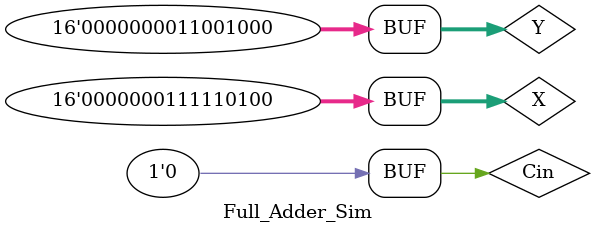
<source format=v>
`timescale 1ns / 1ps


module Full_Adder_Sim();
reg [15:0]X;
reg [15:0]Y;
reg Cin;

reg opcod;

wire V;
wire [15:0]out;
wire Cout;
wire lt;
wire eq;
wire gt;

ALU uut(X,Y,out,Cin,Cout,lt,eq,gt,V,opcod);


initial 

begin
X=1; Y=2; Cin=0; 

#5 X=3; Y=3; Cin=0; 

#5 X=4; Y=2; Cin=0; 

#5 X=500; Y=200; Cin=0; 

end 


endmodule

</source>
